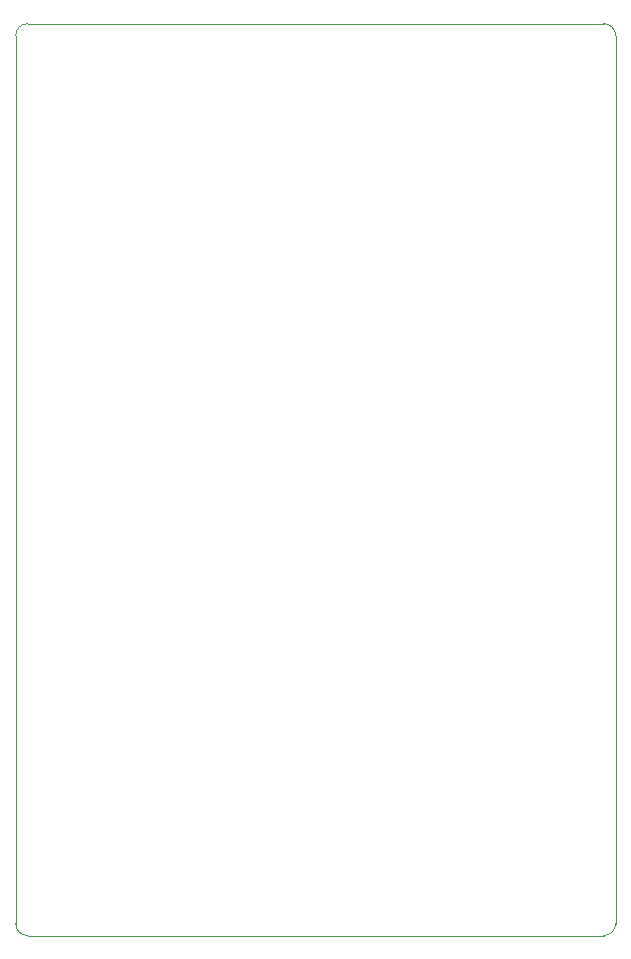
<source format=gbr>
%TF.GenerationSoftware,KiCad,Pcbnew,7.0.2-27-g7a50654f3b*%
%TF.CreationDate,2023-07-25T18:12:13-07:00*%
%TF.ProjectId,open_gamma_low_noise_v2,6f70656e-5f67-4616-9d6d-615f6c6f775f,rev?*%
%TF.SameCoordinates,Original*%
%TF.FileFunction,Profile,NP*%
%FSLAX46Y46*%
G04 Gerber Fmt 4.6, Leading zero omitted, Abs format (unit mm)*
G04 Created by KiCad (PCBNEW 7.0.2-27-g7a50654f3b) date 2023-07-25 18:12:13*
%MOMM*%
%LPD*%
G01*
G04 APERTURE LIST*
%TA.AperFunction,Profile*%
%ADD10C,0.100000*%
%TD*%
G04 APERTURE END LIST*
D10*
X148336000Y-44704000D02*
X197104000Y-44704000D01*
X148336000Y-44704000D02*
G75*
G03*
X147320000Y-45720000I0J-1016000D01*
G01*
X147320000Y-120904000D02*
G75*
G03*
X148336000Y-121920000I1016000J0D01*
G01*
X198120000Y-45720000D02*
G75*
G03*
X197104000Y-44704000I-1016000J0D01*
G01*
X147320000Y-120904000D02*
X147320000Y-45720000D01*
X198120000Y-45720000D02*
X198120000Y-120904000D01*
X197104000Y-121920000D02*
G75*
G03*
X198120000Y-120904000I0J1016000D01*
G01*
X197104000Y-121920000D02*
X148336000Y-121920000D01*
M02*

</source>
